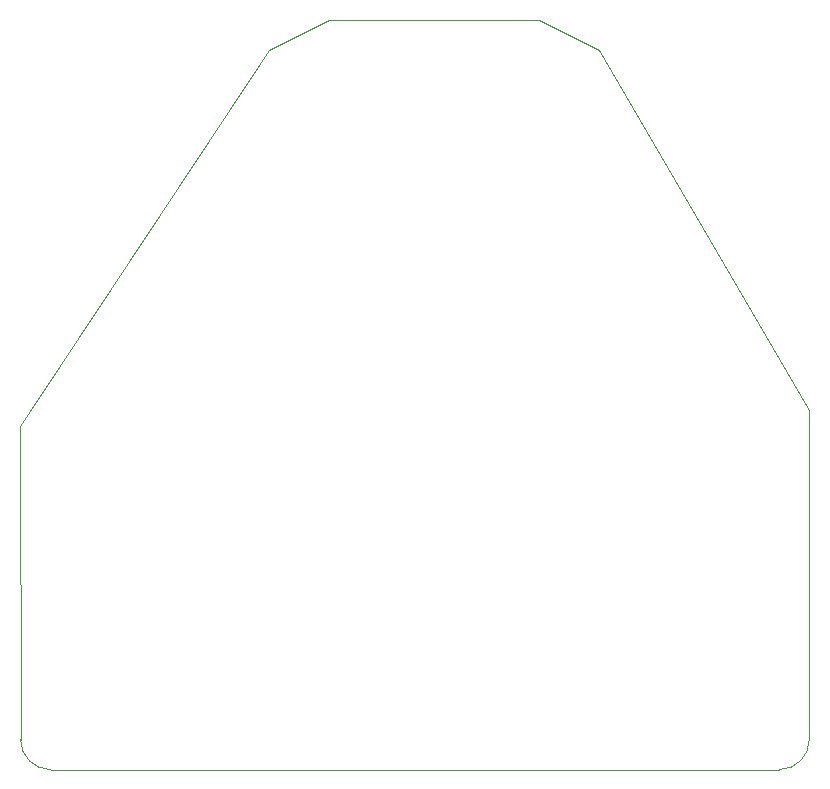
<source format=gm1>
%TF.GenerationSoftware,KiCad,Pcbnew,(6.0.8)*%
%TF.CreationDate,2023-04-02T10:00:47-07:00*%
%TF.ProjectId,FCP_steering_splitter,4643505f-7374-4656-9572-696e675f7370,rev?*%
%TF.SameCoordinates,Original*%
%TF.FileFunction,Profile,NP*%
%FSLAX46Y46*%
G04 Gerber Fmt 4.6, Leading zero omitted, Abs format (unit mm)*
G04 Created by KiCad (PCBNEW (6.0.8)) date 2023-04-02 10:00:47*
%MOMM*%
%LPD*%
G01*
G04 APERTURE LIST*
%TA.AperFunction,Profile*%
%ADD10C,0.100000*%
%TD*%
G04 APERTURE END LIST*
D10*
X182880000Y-63500000D02*
X165100000Y-33020000D01*
X118636051Y-93980000D02*
X180340000Y-93980000D01*
X116077639Y-64915812D02*
X137160000Y-33020000D01*
X116096100Y-91440000D02*
G75*
G03*
X118636051Y-93980000I2540000J0D01*
G01*
X116096051Y-91440000D02*
X116077639Y-64915812D01*
X165100000Y-33020000D02*
X160020000Y-30480000D01*
X160020000Y-30480000D02*
X142240000Y-30480000D01*
X182880000Y-91440000D02*
X182880000Y-63500000D01*
X180340000Y-93980000D02*
G75*
G03*
X182880000Y-91440000I0J2540000D01*
G01*
X142240000Y-30480000D02*
X137160000Y-33020000D01*
M02*

</source>
